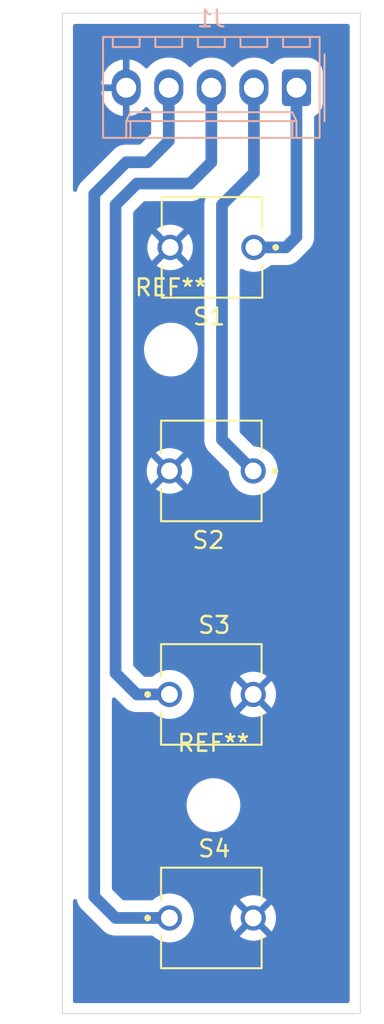
<source format=kicad_pcb>
(kicad_pcb (version 20241229) (generator "pcbnew") (generator_version "9.0")
  (layers (0 "F.Cu" signal) (2 "B.Cu" signal) (13 "F.Paste" user) (15 "B.Paste" user) (5 "F.SilkS" user "F.Silkscreen") (7 "B.SilkS" user "B.Silkscreen") (1 "F.Mask" user) (3 "B.Mask" user) (25 "Edge.Cuts" user))
  (net 0 "")
  (net 1 "Net-(J1-Pin_1)")
  (net 2 "Net-(J1-Pin_3)")
  (net 3 "GND")
  (net 4 "Net-(J1-Pin_4)")
  (net 5 "Net-(J1-Pin_2)")
  (footprint "Snapeda:BUTT-2_SW_BUTT-2" (layer "F.Cu") (at 60.325 42.545 180)
    (property "Reference" "S2" (at 0.175 -4.135 0) (layer "F.SilkS"))
    (property "Value" "Boton 0")
    (fp_line (start 3 3) (end -3 3) (stroke (width 0.127)) (layer "F.SilkS"))
    (fp_line (start 3 1.075) (end 3 3) (stroke (width 0.127)) (layer "F.SilkS"))
    (fp_line (start 3 -3) (end 3 -1.075) (stroke (width 0.127)) (layer "F.SilkS"))
    (fp_line (start -3 3) (end -3 1.075) (stroke (width 0.127)) (layer "F.SilkS"))
    (fp_line (start -3 -1.075) (end -3 -3) (stroke (width 0.127)) (layer "F.SilkS"))
    (fp_line (start -3 -3) (end 3 -3) (stroke (width 0.127)) (layer "F.SilkS"))
    (fp_circle (center -3.8 0) (end -3.7 0) (stroke (width 0.2)) (fill no) (layer "F.SilkS"))
    (pad "1" thru_hole circle (at -2.5 0 180) (size 1.508 1.508) (drill 1) (layers "*.Cu" "*.Mask") (net 5 "Net-(J1-Pin_2)"))
    (pad "2" thru_hole circle (at 2.5 0 180) (size 1.508 1.508) (drill 1) (layers "*.Cu" "*.Mask") (net 3 "GND"))
  )
  (footprint "MountingHole:MountingHole_2.7mm_M2.5" (layer "F.Cu") (at 60.452 62.484)
    (property "Reference" "REF**" (at 0 -3.7 0) (layer "F.SilkS"))
    (property "Value" "MountingHole_2.7mm_M2.5")
    (pad "" np_thru_hole circle (at 0 0) (size 2.7 2.7) (drill 2.7) (layers "*.Cu" "*.Mask"))
  )
  (footprint "Snapeda:BUTT-2_SW_BUTT-2" (layer "F.Cu") (at 60.325 69.215)
    (property "Reference" "S4" (at 0.175 -4.135 0) (layer "F.SilkS"))
    (property "Value" "Boton 2")
    (fp_line (start -3 -3) (end 3 -3) (stroke (width 0.127)) (layer "F.SilkS"))
    (fp_line (start -3 -1.075) (end -3 -3) (stroke (width 0.127)) (layer "F.SilkS"))
    (fp_line (start -3 3) (end -3 1.075) (stroke (width 0.127)) (layer "F.SilkS"))
    (fp_line (start 3 -3) (end 3 -1.075) (stroke (width 0.127)) (layer "F.SilkS"))
    (fp_line (start 3 1.075) (end 3 3) (stroke (width 0.127)) (layer "F.SilkS"))
    (fp_line (start 3 3) (end -3 3) (stroke (width 0.127)) (layer "F.SilkS"))
    (fp_circle (center -3.8 0) (end -3.7 0) (stroke (width 0.2)) (fill no) (layer "F.SilkS"))
    (pad "1" thru_hole circle (at -2.5 0) (size 1.508 1.508) (drill 1) (layers "*.Cu" "*.Mask") (net 4 "Net-(J1-Pin_4)"))
    (pad "2" thru_hole circle (at 2.5 0) (size 1.508 1.508) (drill 1) (layers "*.Cu" "*.Mask") (net 3 "GND"))
  )
  (footprint "MountingHole:MountingHole_2.7mm_M2.5" (layer "F.Cu") (at 57.912 35.306)
    (property "Reference" "REF**" (at 0 -3.7 0) (layer "F.SilkS"))
    (property "Value" "MountingHole_2.7mm_M2.5")
    (pad "" np_thru_hole circle (at 0 0) (size 2.7 2.7) (drill 2.7) (layers "*.Cu" "*.Mask"))
  )
  (footprint "Snapeda:BUTT-2_SW_BUTT-2" (layer "F.Cu") (at 60.365 29.21 180)
    (property "Reference" "S1" (at 0.175 -4.135 0) (layer "F.SilkS"))
    (property "Value" "Boton Config")
    (fp_line (start 3 3) (end -3 3) (stroke (width 0.127)) (layer "F.SilkS"))
    (fp_line (start 3 1.075) (end 3 3) (stroke (width 0.127)) (layer "F.SilkS"))
    (fp_line (start 3 -3) (end 3 -1.075) (stroke (width 0.127)) (layer "F.SilkS"))
    (fp_line (start -3 3) (end -3 1.075) (stroke (width 0.127)) (layer "F.SilkS"))
    (fp_line (start -3 -1.075) (end -3 -3) (stroke (width 0.127)) (layer "F.SilkS"))
    (fp_line (start -3 -3) (end 3 -3) (stroke (width 0.127)) (layer "F.SilkS"))
    (fp_circle (center -3.8 0) (end -3.7 0) (stroke (width 0.2)) (fill no) (layer "F.SilkS"))
    (pad "1" thru_hole circle (at -2.5 0 180) (size 1.508 1.508) (drill 1) (layers "*.Cu" "*.Mask") (net 1 "Net-(J1-Pin_1)"))
    (pad "2" thru_hole circle (at 2.5 0 180) (size 1.508 1.508) (drill 1) (layers "*.Cu" "*.Mask") (net 3 "GND"))
  )
  (footprint "Snapeda:BUTT-2_SW_BUTT-2" (layer "F.Cu") (at 60.325 55.88)
    (property "Reference" "S3" (at 0.175 -4.135 0) (layer "F.SilkS"))
    (property "Value" "Boton 1")
    (fp_line (start -3 -3) (end 3 -3) (stroke (width 0.127)) (layer "F.SilkS"))
    (fp_line (start -3 -1.075) (end -3 -3) (stroke (width 0.127)) (layer "F.SilkS"))
    (fp_line (start -3 3) (end -3 1.075) (stroke (width 0.127)) (layer "F.SilkS"))
    (fp_line (start 3 -3) (end 3 -1.075) (stroke (width 0.127)) (layer "F.SilkS"))
    (fp_line (start 3 1.075) (end 3 3) (stroke (width 0.127)) (layer "F.SilkS"))
    (fp_line (start 3 3) (end -3 3) (stroke (width 0.127)) (layer "F.SilkS"))
    (fp_circle (center -3.8 0) (end -3.7 0) (stroke (width 0.2)) (fill no) (layer "F.SilkS"))
    (pad "1" thru_hole circle (at -2.5 0) (size 1.508 1.508) (drill 1) (layers "*.Cu" "*.Mask") (net 2 "Net-(J1-Pin_3)"))
    (pad "2" thru_hole circle (at 2.5 0) (size 1.508 1.508) (drill 1) (layers "*.Cu" "*.Mask") (net 3 "GND"))
  )
  (footprint "Connector_Molex:Molex_KK-254_AE-6410-05A_1x05_P2.54mm_Vertical" (layer "B.Cu") (at 65.405 19.685 180)
    (property "Reference" "J1" (at 5.08 4.12 0) (layer "B.SilkS") (effects (justify mirror)))
    (property "Value" "PCB principal")
    (fp_line (start 11.54 3.03) (end -1.38 3.03) (stroke (width 0.12)) (layer "B.SilkS"))
    (fp_line (start 11.54 -2.99) (end 11.54 3.03) (stroke (width 0.12)) (layer "B.SilkS"))
    (fp_line (start 10.96 2.43) (end 10.96 3.03) (stroke (width 0.12)) (layer "B.SilkS"))
    (fp_line (start 10.16 -1.99) (end 10.16 -2.99) (stroke (width 0.12)) (layer "B.SilkS"))
    (fp_line (start 9.91 -1.46) (end 10.16 -1.99) (stroke (width 0.12)) (layer "B.SilkS"))
    (fp_line (start 9.91 -2.99) (end 9.91 -1.99) (stroke (width 0.12)) (layer "B.SilkS"))
    (fp_line (start 9.36 3.03) (end 9.36 2.43) (stroke (width 0.12)) (layer "B.SilkS"))
    (fp_line (start 9.36 2.43) (end 10.96 2.43) (stroke (width 0.12)) (layer "B.SilkS"))
    (fp_line (start 8.42 2.43) (end 8.42 3.03) (stroke (width 0.12)) (layer "B.SilkS"))
    (fp_line (start 6.82 3.03) (end 6.82 2.43) (stroke (width 0.12)) (layer "B.SilkS"))
    (fp_line (start 6.82 2.43) (end 8.42 2.43) (stroke (width 0.12)) (layer "B.SilkS"))
    (fp_line (start 5.88 2.43) (end 5.88 3.03) (stroke (width 0.12)) (layer "B.SilkS"))
    (fp_line (start 4.28 3.03) (end 4.28 2.43) (stroke (width 0.12)) (layer "B.SilkS"))
    (fp_line (start 4.28 2.43) (end 5.88 2.43) (stroke (width 0.12)) (layer "B.SilkS"))
    (fp_line (start 3.34 2.43) (end 3.34 3.03) (stroke (width 0.12)) (layer "B.SilkS"))
    (fp_line (start 1.74 3.03) (end 1.74 2.43) (stroke (width 0.12)) (layer "B.SilkS"))
    (fp_line (start 1.74 2.43) (end 3.34 2.43) (stroke (width 0.12)) (layer "B.SilkS"))
    (fp_line (start 0.8 2.43) (end 0.8 3.03) (stroke (width 0.12)) (layer "B.SilkS"))
    (fp_line (start 0.25 -1.46) (end 9.91 -1.46) (stroke (width 0.12)) (layer "B.SilkS"))
    (fp_line (start 0.25 -2.99) (end 0.25 -1.99) (stroke (width 0.12)) (layer "B.SilkS"))
    (fp_line (start 0 -1.99) (end 10.16 -1.99) (stroke (width 0.12)) (layer "B.SilkS"))
    (fp_line (start 0 -1.99) (end 0.25 -1.46) (stroke (width 0.12)) (layer "B.SilkS"))
    (fp_line (start 0 -2.99) (end 0 -1.99) (stroke (width 0.12)) (layer "B.SilkS"))
    (fp_line (start -0.8 3.03) (end -0.8 2.43) (stroke (width 0.12)) (layer "B.SilkS"))
    (fp_line (start -0.8 2.43) (end 0.8 2.43) (stroke (width 0.12)) (layer "B.SilkS"))
    (fp_line (start -1.38 3.03) (end -1.38 -2.99) (stroke (width 0.12)) (layer "B.SilkS"))
    (fp_line (start -1.38 -2.99) (end 11.54 -2.99) (stroke (width 0.12)) (layer "B.SilkS"))
    (fp_line (start -1.67 2) (end -1.67 -2) (stroke (width 0.12)) (layer "B.SilkS"))
    (pad "1" thru_hole roundrect (at 0 0 180) (size 1.74 2.19) (drill 1.19) (layers "*.Cu" "*.Mask") (roundrect_rratio 0.143678) (net 1 "Net-(J1-Pin_1)"))
    (pad "2" thru_hole oval (at 2.54 0 180) (size 1.74 2.19) (drill 1.19) (layers "*.Cu" "*.Mask") (net 5 "Net-(J1-Pin_2)"))
    (pad "3" thru_hole oval (at 5.08 0 180) (size 1.74 2.19) (drill 1.19) (layers "*.Cu" "*.Mask") (net 2 "Net-(J1-Pin_3)"))
    (pad "4" thru_hole oval (at 7.62 0 180) (size 1.74 2.19) (drill 1.19) (layers "*.Cu" "*.Mask") (net 4 "Net-(J1-Pin_4)"))
    (pad "5" thru_hole oval (at 10.16 0 180) (size 1.74 2.19) (drill 1.19) (layers "*.Cu" "*.Mask") (net 3 "GND"))
  )
  (gr_rect (start 51.435 15.24) (end 69.215 74.93) (stroke (width 0.05)) (fill no) (layer "Edge.Cuts"))
  (segment (start 65.405 28.575) (end 64.77 29.21) (width 0.7) (layer "B.Cu") (net 1))
  (segment (start 65.405 19.685) (end 65.405 28.575) (width 0.7) (layer "B.Cu") (net 1))
  (segment (start 64.77 29.21) (end 62.865 29.21) (width 0.7) (layer "B.Cu") (net 1))
  (segment (start 59.055 25.4) (end 55.88 25.4) (width 0.7) (layer "B.Cu") (net 2))
  (segment (start 60.325 24.13) (end 59.055 25.4) (width 0.7) (layer "B.Cu") (net 2))
  (segment (start 55.88 25.4) (end 54.61 26.67) (width 0.7) (layer "B.Cu") (net 2))
  (segment (start 54.61 54.61) (end 55.88 55.88) (width 0.7) (layer "B.Cu") (net 2))
  (segment (start 60.325 19.685) (end 60.325 24.13) (width 0.7) (layer "B.Cu") (net 2))
  (segment (start 55.88 55.88) (end 57.825 55.88) (width 0.7) (layer "B.Cu") (net 2))
  (segment (start 54.61 26.67) (end 54.61 54.61) (width 0.7) (layer "B.Cu") (net 2))
  (segment (start 53.34 26.035) (end 53.34 67.945) (width 0.7) (layer "B.Cu") (net 4))
  (segment (start 53.34 67.945) (end 54.61 69.215) (width 0.7) (layer "B.Cu") (net 4))
  (segment (start 57.785 19.685) (end 57.785 22.86) (width 0.7) (layer "B.Cu") (net 4))
  (segment (start 55.245 24.13) (end 53.34 26.035) (width 0.7) (layer "B.Cu") (net 4))
  (segment (start 56.515 24.13) (end 55.245 24.13) (width 0.7) (layer "B.Cu") (net 4))
  (segment (start 54.61 69.215) (end 57.825 69.215) (width 0.7) (layer "B.Cu") (net 4))
  (segment (start 57.785 22.86) (end 56.515 24.13) (width 0.7) (layer "B.Cu") (net 4))
  (segment (start 60.96 26.67) (end 60.96 40.68) (width 0.7) (layer "B.Cu") (net 5))
  (segment (start 62.865 19.685) (end 62.865 24.765) (width 0.7) (layer "B.Cu") (net 5))
  (segment (start 62.865 24.765) (end 60.96 26.67) (width 0.7) (layer "B.Cu") (net 5))
  (segment (start 60.96 40.68) (end 62.825 42.545) (width 0.7) (layer "B.Cu") (net 5))
  (zone (net 3) (net_name "GND") (layer "B.Cu") (connect_pads (clearance 0.7)) (min_thickness 0.25) (fill yes (thermal_gap 0.6) (thermal_bridge_width 0.4))
    (polygon (pts (xy 68.58 15.875) (xy 52.07 15.875) (xy 52.07 74.295) (xy 68.58 74.295)))
  )
)
</source>
